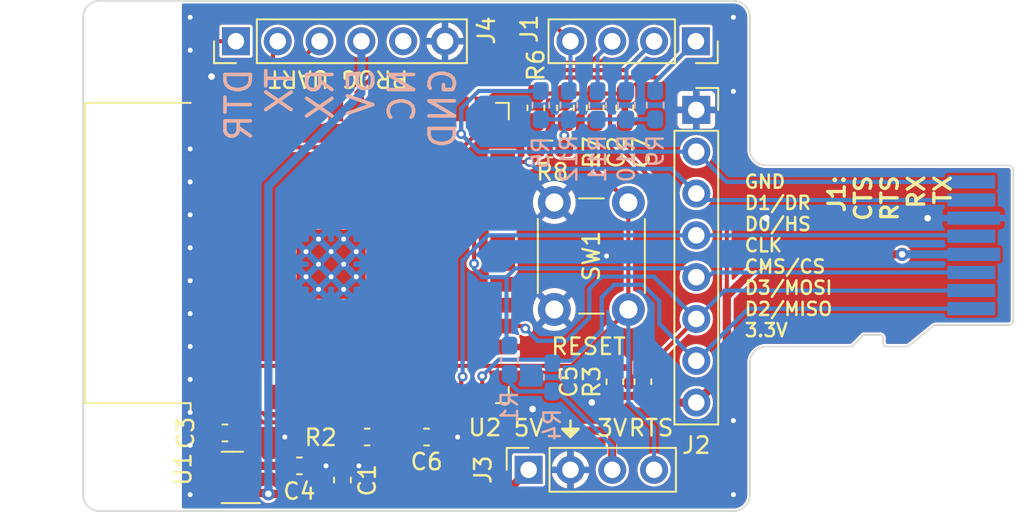
<source format=kicad_pcb>
(kicad_pcb (version 20211014) (generator pcbnew)
  (layers (0 "F.Cu" signal) (31 "B.Cu" signal) (34 "B.Paste" user) (35 "F.Paste" user) (36 "B.SilkS" user "B.Silkscreen") (37 "F.SilkS" user "F.Silkscreen") (38 "B.Mask" user) (39 "F.Mask" user) (44 "Edge.Cuts" user))
  (net 0 "")
  (net 1 "+5V")
  (net 2 "GND")
  (net 3 "/BOOT")
  (net 4 "/ESP_RTS")
  (net 5 "+3.3V")
  (net 6 "/U_TX")
  (net 7 "/U_RX")
  (net 8 "/U_RTS")
  (net 9 "/U_CTS")
  (net 10 "/D0{slash}HS")
  (net 11 "/D1{slash}DR")
  (net 12 "/D2{slash}MISO")
  (net 13 "/D3{slash}MOSI")
  (net 14 "/CLK")
  (net 15 "/CMD{slash}CS")
  (net 16 "/P_TX")
  (net 17 "/P_RX")
  (footprint "Connector_PinSocket_2.54mm:PinSocket_1x04_P2.54mm_Vertical" (layer "F.Cu") (at 172.72 84.455 -90)
    (fp_text reference "J1" (at -0.755 10.12 90) (layer "F.SilkS"))
    (fp_text value "BT_UART" hide)
    (fp_line (start -1.33 1.27) (end 1.33 1.27) (layer "F.SilkS") (width 0.12))
    (fp_line (start -1.33 8.95) (end 1.33 8.95) (layer "F.SilkS") (width 0.12))
    (fp_line (start -1.33 1.27) (end -1.33 8.95) (layer "F.SilkS") (width 0.12))
    (fp_line (start 1.33 1.27) (end 1.33 8.95) (layer "F.SilkS") (width 0.12))
    (fp_line (start 1.33 -1.33) (end 1.33 0) (layer "F.SilkS") (width 0.12))
    (fp_line (start 0 -1.33) (end 1.33 -1.33) (layer "F.SilkS") (width 0.12))
    (pad "1" thru_hole rect (at 0 0 270) (size 1.7 1.7) (drill 1) (layers *.Cu *.Mask) (net 6 "/U_TX"))
    (pad "2" thru_hole oval (at 0 2.54 270) (size 1.7 1.7) (drill 1) (layers *.Cu *.Mask) (net 7 "/U_RX"))
    (pad "3" thru_hole oval (at 0 5.08 270) (size 1.7 1.7) (drill 1) (layers *.Cu *.Mask) (net 8 "/U_RTS"))
    (pad "4" thru_hole oval (at 0 7.62 270) (size 1.7 1.7) (drill 1) (layers *.Cu *.Mask) (net 9 "/U_CTS"))
  )
  (footprint "Capacitor_SMD:C_0603_1608Metric_Pad1.08x0.95mm_HandSolder" (layer "F.Cu") (at 166.6 88.5 -90)
    (fp_text reference "C2" (at 2.7 -1.3 90) (layer "F.SilkS"))
    (fp_text value "10u" hide)
    (fp_line (start -0.146267 -0.51) (end 0.146267 -0.51) (layer "F.SilkS") (width 0.12))
    (fp_line (start -0.146267 0.51) (end 0.146267 0.51) (layer "F.SilkS") (width 0.12))
    (pad "1" smd roundrect (at -0.8625 0 270) (size 1.075 0.95) (layers "F.Cu" "F.Paste" "F.Mask") (net 3 "/BOOT"))
    (pad "2" smd roundrect (at 0.8625 0 270) (size 1.075 0.95) (layers "F.Cu" "F.Paste" "F.Mask") (net 4 "/ESP_RTS"))
  )
  (footprint "Capacitor_SMD:C_0603_1608Metric_Pad1.08x0.95mm_HandSolder" (layer "F.Cu") (at 167.8 105.1375 90)
    (fp_text reference "C5" (at 0 -2.8 90) (layer "F.SilkS"))
    (fp_text value "0.1u" hide)
    (fp_line (start -0.146267 -0.51) (end 0.146267 -0.51) (layer "F.SilkS") (width 0.12))
    (fp_line (start -0.146267 0.51) (end 0.146267 0.51) (layer "F.SilkS") (width 0.12))
    (pad "1" smd roundrect (at -0.8625 0 90) (size 1.075 0.95) (layers "F.Cu" "F.Paste" "F.Mask") (net 5 "+3.3V"))
    (pad "2" smd roundrect (at 0.8625 0 90) (size 1.075 0.95) (layers "F.Cu" "F.Paste" "F.Mask") (net 2 "GND"))
  )
  (footprint "Button_Switch_THT:SW_PUSH_6mm" (layer "F.Cu") (at 164.12 100.75 90)
    (fp_text reference "SW1" (at 3.25 2.25 270) (layer "F.SilkS"))
    (fp_text value "RESET" hide)
    (fp_line (start 1 5.5) (end 5.5 5.5) (layer "F.SilkS") (width 0.12))
    (fp_line (start 6.75 3) (end 6.75 1.5) (layer "F.SilkS") (width 0.12))
    (fp_line (start -0.25 1.5) (end -0.25 3) (layer "F.SilkS") (width 0.12))
    (fp_line (start 5.5 -1) (end 1 -1) (layer "F.SilkS") (width 0.12))
    (pad "1" thru_hole circle (at 0 0 180) (size 2 2) (drill 1.1) (layers *.Cu *.Mask) (net 2 "GND"))
    (pad "1" thru_hole circle (at 6.5 0 180) (size 2 2) (drill 1.1) (layers *.Cu *.Mask) (net 2 "GND"))
    (pad "2" thru_hole circle (at 6.5 4.5 180) (size 2 2) (drill 1.1) (layers *.Cu *.Mask) (net 4 "/ESP_RTS"))
    (pad "2" thru_hole circle (at 0 4.5 180) (size 2 2) (drill 1.1) (layers *.Cu *.Mask) (net 4 "/ESP_RTS"))
  )
  (footprint "Capacitor_SMD:C_0603_1608Metric_Pad1.08x0.95mm_HandSolder" (layer "F.Cu") (at 163.8625 91 180)
    (fp_text reference "R8" (at -0.1375 -1.4) (layer "F.SilkS"))
    (fp_text value "10k" hide)
    (fp_line (start -0.146267 -0.51) (end 0.146267 -0.51) (layer "F.SilkS") (width 0.12))
    (fp_line (start -0.146267 0.51) (end 0.146267 0.51) (layer "F.SilkS") (width 0.12))
    (pad "1" smd roundrect (at -0.8625 0 180) (size 1.075 0.95) (layers "F.Cu" "F.Paste" "F.Mask") (net 5 "+3.3V"))
    (pad "2" smd roundrect (at 0.8625 0 180) (size 1.075 0.95) (layers "F.Cu" "F.Paste" "F.Mask") (net 10 "/D0{slash}HS"))
  )
  (footprint "Capacitor_SMD:C_0603_1608Metric_Pad1.08x0.95mm_HandSolder" (layer "F.Cu") (at 148.6375 110.25)
    (fp_text reference "C4" (at -0.0075 1.54) (layer "F.SilkS"))
    (fp_text value "10u" hide)
    (fp_line (start -0.146267 0.51) (end 0.146267 0.51) (layer "F.SilkS") (width 0.12))
    (fp_line (start -0.146267 -0.51) (end 0.146267 -0.51) (layer "F.SilkS") (width 0.12))
    (pad "1" smd roundrect (at -0.8625 0) (size 1.075 0.95) (layers "F.Cu" "F.Paste" "F.Mask") (net 5 "+3.3V"))
    (pad "2" smd roundrect (at 0.8625 0) (size 1.075 0.95) (layers "F.Cu" "F.Paste" "F.Mask") (net 2 "GND"))
  )
  (footprint "Capacitor_SMD:C_0603_1608Metric_Pad1.08x0.95mm_HandSolder" (layer "F.Cu") (at 144.1125 108.25 180)
    (fp_text reference "C3" (at 2.3875 0 90) (layer "F.SilkS"))
    (fp_text value "0.1u" hide)
    (fp_line (start -0.146267 0.51) (end 0.146267 0.51) (layer "F.SilkS") (width 0.12))
    (fp_line (start -0.146267 -0.51) (end 0.146267 -0.51) (layer "F.SilkS") (width 0.12))
    (pad "1" smd roundrect (at -0.8625 0 180) (size 1.075 0.95) (layers "F.Cu" "F.Paste" "F.Mask") (net 5 "+3.3V"))
    (pad "2" smd roundrect (at 0.8625 0 180) (size 1.075 0.95) (layers "F.Cu" "F.Paste" "F.Mask") (net 2 "GND"))
  )
  (footprint "Connector_PinHeader_2.54mm:PinHeader_1x06_P2.54mm_Vertical" (layer "F.Cu") (at 144.78 84.455 90)
    (fp_text reference "J4" (at 0.655 15.22 90) (layer "F.SilkS"))
    (fp_text value "PROG" hide)
    (fp_line (start -1.33 1.27) (end -1.33 14.03) (layer "F.SilkS") (width 0.12))
    (fp_line (start -1.33 14.03) (end 1.33 14.03) (layer "F.SilkS") (width 0.12))
    (fp_line (start -1.33 -1.33) (end 0 -1.33) (layer "F.SilkS") (width 0.12))
    (fp_line (start 1.33 1.27) (end 1.33 14.03) (layer "F.SilkS") (width 0.12))
    (fp_line (start -1.33 1.27) (end 1.33 1.27) (layer "F.SilkS") (width 0.12))
    (fp_line (start -1.33 0) (end -1.33 -1.33) (layer "F.SilkS") (width 0.12))
    (pad "1" thru_hole rect (at 0 0 90) (size 1.7 1.7) (drill 1) (layers *.Cu *.Mask) (net 3 "/BOOT"))
    (pad "2" thru_hole oval (at 0 2.54 90) (size 1.7 1.7) (drill 1) (layers *.Cu *.Mask) (net 16 "/P_TX"))
    (pad "3" thru_hole oval (at 0 5.08 90) (size 1.7 1.7) (drill 1) (layers *.Cu *.Mask) (net 17 "/P_RX"))
    (pad "4" thru_hole oval (at 0 7.62 90) (size 1.7 1.7) (drill 1) (layers *.Cu *.Mask) (net 1 "+5V"))
    (pad "5" thru_hole oval (at 0 10.16 90) (size 1.7 1.7) (drill 1) (layers *.Cu *.Mask))
    (pad "6" thru_hole oval (at 0 12.7 90) (size 1.7 1.7) (drill 1) (layers *.Cu *.Mask) (net 2 "GND"))
  )
  (footprint "sd_card:PCB-SD" (layer "F.Cu") (at 177 92)
    (fp_text reference "U3" hide)
    (fp_text value "PCB_SD" hide)
    (fp_line (start 14.7 9.7) (end 10.3 9.7) (layer "Edge.Cuts") (width 0.1))
    (fp_line (start 10.11 9.78) (end 8.71 10.919641) (layer "Edge.Cuts") (width 0.1))
    (fp_line (start 8.501856 10.999641) (end 7.3 11) (layer "Edge.Cuts") (width 0.1))
    (fp_line (start 5.870001 10.328995) (end 5.23 10.971005) (layer "Edge.Cuts") (width 0.1))
    (fp_line (start 0 0) (end 14.7 0) (layer "Edge.Cuts") (width 0.1))
    (fp_line (start 5.160001 11) (end 0 11) (layer "Edge.Cuts") (width 0.1))
    (fp_line (start 7.1 10.8) (end 7.1 10.5) (layer "Edge.Cuts") (width 0.1))
    (fp_line (start 15 0.3) (end 15 9.4) (layer "Edge.Cuts") (width 0.1))
    (fp_line (start 6.9 10.3) (end 5.94 10.3) (layer "Edge.Cuts") (width 0.1))
    (fp_arc (start 15 9.4) (mid 14.912132 9.612132) (end 14.7 9.7) (layer "Edge.Cuts") (width 0.1))
    (fp_arc (start 14.7 0) (mid 14.912132 0.087868) (end 15 0.3) (layer "Edge.Cuts") (width 0.1))
    (fp_arc (start 7.3 11) (mid 7.158579 10.941421) (end 7.1 10.8) (layer "Edge.Cuts") (width 0.1))
    (fp_arc (start 8.71 10.919547) (mid 8.61282 10.977477) (end 8.501856 10.999547) (layer "Edge.Cuts") (width 0.1))
    (fp_arc (start 5.23 10.971005) (mid 5.19789 10.992484) (end 5.160001 11) (layer "Edge.Cuts") (width 0.1))
    (fp_arc (start 6.9 10.3) (mid 7.041421 10.358579) (end 7.1 10.5) (layer "Edge.Cuts") (width 0.1))
    (fp_arc (start 5.870001 10.328995) (mid 5.902112 10.307516) (end 5.94 10.3) (layer "Edge.Cuts") (width 0.1))
    (fp_arc (start 10.11 9.78) (mid 10.198114 9.723648) (end 10.3 9.7) (layer "Edge.Cuts") (width 0.1))
    (pad "1" smd roundrect (at 12.45 8.7) (size 2.9 0.8) (layers "B.Cu" "B.Mask") (roundrect_rratio 0.0656167979) (net 12 "/D2{slash}MISO"))
    (pad "2" smd roundrect (at 12.45 7.6) (size 2.9 0.8) (layers "B.Cu" "B.Mask") (roundrect_rratio 0.0656167979) (net 13 "/D3{slash}MOSI"))
    (pad "3" smd roundrect (at 12.45 6.5) (size 2.9 0.8) (layers "B.Cu" "B.Mask") (roundrect_rratio 0.0656167979) (net 15 "/CMD{slash}CS"))
    (pad "4" smd roundrect (at 12.6 5.4) (size 3.2 0.8) (layers "B.Cu" "B.Mask") (roundrect_rratio 0.0656167979) (net 5 "+3.3V"))
    (pad "5" smd roundrect (at 12.45 4.3) (size 2.9 0.8) (layers "B.Cu" "B.Mask") (roundrect_rratio 0.0656167979) (net 14 "/CLK"))
    (pad "6" smd roundrect (at 12.6 3.2) (size 3.2 0.8) (layers "B.Cu" "B.Mask") (roundrect_rratio 0.0656167979) (net 2 "GND"))
    (pad "7" smd roundrect (at 12.45 2.1) (size 2.9 0.8) (layers "B.Cu" "B.Mask") (roundrect_rratio 0.0656167979) (net 10 "/D0{slash}HS"))
    (pad "8" smd roundrect (at 12.45 1) (size 2.9 0.8) (layers "B.Cu" "B.Mask") (roundrect_rratio 0.0656167979) (net 11 "/D1{slash}DR"))
  )
  (footprint "Capacitor_SMD:C_0603_1608Metric_Pad1.08x0.95mm_HandSolder" (layer "F.Cu") (at 164.8 88.5 90)
    (fp_text reference "R7" (at -2.7 1.6 90) (layer "F.SilkS"))
    (fp_text value "10k" hide)
    (fp_line (start -0.146267 -0.51) (end 0.146267 -0.51) (layer "F.SilkS") (width 0.12))
    (fp_line (start -0.146267 0.51) (end 0.146267 0.51) (layer "F.SilkS") (width 0.12))
    (pad "1" smd roundrect (at -0.8625 0 90) (size 1.075 0.95) (layers "F.Cu" "F.Paste" "F.Mask") (net 5 "+3.3V"))
    (pad "2" smd roundrect (at 0.8625 0 90) (size 1.075 0.95) (layers "F.Cu" "F.Paste" "F.Mask") (net 3 "/BOOT"))
  )
  (footprint "Capacitor_SMD:C_0603_1608Metric_Pad1.08x0.95mm_HandSolder" (layer "F.Cu") (at 151.25 111.1125 90)
    (fp_text reference "C1" (at -0.0175 1.51 90) (layer "F.SilkS"))
    (fp_text value "0.1u" hide)
    (fp_line (start -0.146267 -0.51) (end 0.146267 -0.51) (layer "F.SilkS") (width 0.12))
    (fp_line (start -0.146267 0.51) (end 0.146267 0.51) (layer "F.SilkS") (width 0.12))
    (pad "1" smd roundrect (at -0.8625 0 90) (size 1.075 0.95) (layers "F.Cu" "F.Paste" "F.Mask") (net 1 "+5V"))
    (pad "2" smd roundrect (at 0.8625 0 90) (size 1.075 0.95) (layers "F.Cu" "F.Paste" "F.Mask") (net 2 "GND"))
  )
  (footprint "Connector_PinSocket_2.54mm:PinSocket_1x08_P2.54mm_Vertical" (layer "F.Cu") (at 172.745 88.625)
    (fp_text reference "J2" (at 0 20.375) (layer "F.SilkS"))
    (fp_text value "WIFI" hide)
    (fp_line (start -1.33 1.27) (end 1.33 1.27) (layer "F.SilkS") (width 0.12))
    (fp_line (start -1.33 1.27) (end -1.33 19.11) (layer "F.SilkS") (width 0.12))
    (fp_line (start 1.33 1.27) (end 1.33 19.11) (layer "F.SilkS") (width 0.12))
    (fp_line (start 0 -1.33) (end 1.33 -1.33) (layer "F.SilkS") (width 0.12))
    (fp_line (start -1.33 19.11) (end 1.33 19.11) (layer "F.SilkS") (width 0.12))
    (fp_line (start 1.33 -1.33) (end 1.33 0) (layer "F.SilkS") (width 0.12))
    (pad "1" thru_hole rect (at 0 0) (size 1.7 1.7) (drill 1) (layers *.Cu *.Mask) (net 2 "GND"))
    (pad "2" thru_hole oval (at 0 2.54) (size 1.7 1.7) (drill 1) (layers *.Cu *.Mask) (net 11 "/D1{slash}DR"))
    (pad "3" thru_hole oval (at 0 5.08) (size 1.7 1.7) (drill 1) (layers *.Cu *.Mask) (net 10 "/D0{slash}HS"))
    (pad "4" thru_hole oval (at 0 7.62) (size 1.7 1.7) (drill 1) (layers *.Cu *.Mask) (net 14 "/CLK"))
    (pad "5" thru_hole oval (at 0 10.16) (size 1.7 1.7) (drill 1) (layers *.Cu *.Mask) (net 15 "/CMD{slash}CS"))
    (pad "6" thru_hole oval (at 0 12.7) (size 1.7 1.7) (drill 1) (layers *.Cu *.Mask) (net 13 "/D3{slash}MOSI"))
    (pad "7" thru_hole oval (at 0 15.24) (size 1.7 1.7) (drill 1) (layers *.Cu *.Mask) (net 12 "/D2{slash}MISO"))
    (pad "8" thru_hole oval (at 0 17.78) (size 1.7 1.7) (drill 1) (layers *.Cu *.Mask) (net 5 "+3.3V"))
  )
  (footprint "Package_TO_SOT_SMD:SOT-23" (layer "F.Cu") (at 144.5625 110.95 180)
    (fp_text reference "U1" (at 3 0.5 90) (layer "F.SilkS"))
    (fp_text value "AP7384-33SA" hide)
    (fp_line (start 0 1.56) (end -0.65 1.56) (layer "F.SilkS") (width 0.12))
    (fp_line (start 0 -1.56) (end 0.65 -1.56) (layer "F.SilkS") (width 0.12))
    (fp_line (start 0 1.56) (end 0.65 1.56) (layer "F.SilkS") (width 0.12))
    (fp_line (start 0 -1.56) (end -1.675 -1.56) (layer "F.SilkS") (width 0.12))
    (pad "1" smd roundrect (at -0.9375 -0.95 180) (size 1.475 0.6) (layers "F.Cu" "F.Paste" "F.Mask") (net 1 "+5V"))
    (pad "2" smd roundrect (at -0.9375 0.95 180) (size 1.475 0.6) (layers "F.Cu" "F.Paste" "F.Mask") (net 5 "+3.3V"))
    (pad "3" smd roundrect (at 0.9375 0 180) (size 1.475 0.6) (layers "F.Cu" "F.Paste" "F.Mask") (net 2 "GND"))
  )
  (footprint "RF_Module:ESP32-WROOM-32" (layer "F.Cu") (at 151.4725 97.32 90)
    (fp_text reference "U2" (at -10.61 8.43) (layer "F.SilkS"))
    (fp_text value "ESP32-WROOM-32" hide)
    (fp_line (start 9.12 9.1) (end 9.12 9.88) (layer "F.SilkS") (width 0.12))
    (fp_line (start 9.12 -15.86) (end 9.12 -9.445) (layer "F.SilkS") (width 0.12))
    (fp_line (start -9.12 -9.445) (end -9.5 -9.445) (layer "F.SilkS") (width 0.12))
    (fp_line (start 9.12 9.88) (end 8.12 9.88) (layer "F.SilkS") (width 0.12))
    (fp_line (start -9.12 9.1) (end -9.12 9.88) (layer "F.SilkS") (width 0.12))
    (fp_line (start -9.12 -15.86) (end -9.12 -9.445) (layer "F.SilkS") (width 0.12))
    (fp_line (start -9.12 -15.86) (end 9.12 -15.86) (layer "F.SilkS") (width 0.12))
    (fp_line (start -9.12 9.88) (end -8.12 9.88) (layer "F.SilkS") (width 0.12))
    (pad "1" smd rect (at -8.75 -8.25 90) (size 1.5 0.9) (layers "F.Cu" "F.Paste" "F.Mask") (net 2 "GND"))
    (pad "2" smd rect (at -8.75 -6.98 90) (size 1.5 0.9) (layers "F.Cu" "F.Paste" "F.Mask") (net 5 "+3.3V"))
    (pad "3" smd rect (at -8.75 -5.71 90) (size 1.5 0.9) (layers "F.Cu" "F.Paste" "F.Mask") (net 4 "/ESP_RTS"))
    (pad "4" smd rect (at -8.75 -4.44 90) (size 1.5 0.9) (layers "F.Cu" "F.Paste" "F.Mask"))
    (pad "5" smd rect (at -8.75 -3.17 90) (size 1.5 0.9) (layers "F.Cu" "F.Paste" "F.Mask"))
    (pad "6" smd rect (at -8.75 -1.9 90) (size 1.5 0.9) (layers "F.Cu" "F.Paste" "F.Mask"))
    (pad "7" smd rect (at -8.75 -0.63 90) (size 1.5 0.9) (layers "F.Cu" "F.Paste" "F.Mask"))
    (pad "8" smd rect (at -8.75 0.64 90) (size 1.5 0.9) (layers "F.Cu" "F.Paste" "F.Mask"))
    (pad "9" smd rect (at -8.75 1.91 90) (size 1.5 0.9) (layers "F.Cu" "F.Paste" "F.Mask"))
    (pad "10" smd rect (at -8.75 3.18 90) (size 1.5 0.9) (layers "F.Cu" "F.Paste" "F.Mask"))
    (pad "11" smd rect (at -8.75 4.45 90) (size 1.5 0.9) (layers "F.Cu" "F.Paste" "F.Mask"))
    (pad "12" smd rect (at -8.75 5.72 90) (size 1.5 0.9) (layers "F.Cu" "F.Paste" "F.Mask"))
    (pad "13" smd rect (at -8.75 6.99 90) (size 1.5 0.9) (layers "F.Cu" "F.Paste" "F.Mask") (net 14 "/CLK"))
    (pad "14" smd rect (at -8.75 8.26 90) (size 1.5 0.9) (layers "F.Cu" "F.Paste" "F.Mask") (net 12 "/D2{slash}MISO"))
    (pad "15" smd rect (at -5.71 9.51 180) (size 1.5 0.9) (layers "F.Cu" "F.Paste" "F.Mask") (net 2 "GND"))
    (pad "16" smd rect (at -4.44 9.51 180) (size 1.5 0.9) (layers "F.Cu" "F.Paste" "F.Mask") (net 13 "/D3{slash}MOSI"))
    (pad "17" smd rect (at -3.17 9.51 180) (size 1.5 0.9) (layers "F.Cu" "F.Paste" "F.Mask"))
    (pad "18" smd rect (at -1.9 9.51 180) (size 1.5 0.9) (layers "F.Cu" "F.Paste" "F.Mask"))
    (pad "19" smd rect (at -0.63 9.51 180) (size 1.5 0.9) (layers "F.Cu" "F.Paste" "F.Mask"))
    (pad "20" smd rect (at 0.64 9.51 180) (size 1.5 0.9) (layers "F.Cu" "F.Paste" "F.Mask"))
    (pad "21" smd rect (at 1.91 9.51 180) (size 1.5 0.9) (layers "F.Cu" "F.Paste" "F.Mask"))
    (pad "22" smd rect (at 3.18 9.51 180) (size 1.5 0.9) (layers "F.Cu" "F.Paste" "F.Mask"))
    (pad "23" smd rect (at 4.45 9.51 180) (size 1.5 0.9) (layers "F.Cu" "F.Paste" "F.Mask") (net 15 "/CMD{slash}CS"))
    (pad "24" smd rect (at 5.72 9.51 180) (size 1.5 0.9) (layers "F.Cu" "F.Paste" "F.Mask") (net 10 "/D0{slash}HS"))
    (pad "25" smd rect (at 8.75 8.26 90) (size 1.5 0.9) (layers "F.Cu" "F.Paste" "F.Mask") (net 3 "/BOOT"))
    (pad "26" smd rect (at 8.75 6.99 90) (size 1.5 0.9) (layers "F.Cu" "F.Paste" "F.Mask") (net 11 "/D1{slash}DR"))
    (pad "27" smd rect (at 8.75 5.72 90) (size 1.5 0.9) (layers "F.Cu" "F.Paste" "F.Mask"))
    (pad "28" smd rect (at 8.75 4.45 90) (size 1.5 0.9) (layers "F.Cu" "F.Paste" "F.Mask"))
    (pad "29" smd rect (at 8.75 3.18 90) (size 1.5 0.9) (layers "F.Cu" "F.Paste" "F.Mask") (net 6 "/U_TX"))
    (pad "30" smd rect (at 8.75 1.91 90) (size 1.5 0.9) (layers "F.Cu" "F.Paste" "F.Mask") (net 7 "/U_RX"))
    (pad "31" smd rect (at 8.75 0.64 90) (size 1.5 0.9) (layers "F.Cu" "F.Paste" "F.Mask") (net 8 "/U_RTS"))
    (pad "32" smd rect (at 8.75 -0.63 90) (size 1.5 0.9) (layers "F.Cu" "F.Paste" "F.Mask"))
    (pad "33" smd rect (at 8.75 -1.9 90) (size 1.5 0.9) (layers "F.Cu" "F.Paste" "F.Mask"))
    (pad "34" smd rect (at 8.75 -3.17 90) (size 1.5 0.9) (layers "F.Cu" "F.Paste" "F.Mask") (net 17 "/P_RX"))
    (pad "35" smd rect (at 8.75 -4.44 90) (size 1.5 0.9) (layers "F.Cu" "F.Paste" "F.Mask") (net 16 "/P_TX"))
    (pad "36" smd rect (at 8.75 -5.71 90) (size 1.5 0.9) (layers "F.Cu" "F.Paste" "F.Mask"))
    (pad "37" smd rect (at 8.75 -6.98 90) (size 1.5 0.9) (layers "F.Cu" "F.Paste" "F.Mask") (net 9 "/U_CTS"))
    (pad "38" smd rect (at 8.75 -8.25 90) (size 1.5 0.9) (layers "F.Cu" "F.Paste" "F.Mask") (net 2 "GND"))
    (pad "39" smd rect (at 0.845 0.615 90) (size 1.05 1.05) (layers "F.Cu" "F.Paste") (net 2 "GND"))
    (pad "39" thru_hole circle (at 0.845 -1.6725 90) (size 0.6 0.6) (drill 0.3) (layers *.Cu "F.Mask") (net 2 "GND"))
    (pad "39" smd rect (at 0.845 -2.435 90) (size 1.05 1.05) (layers "F.Cu" "F.Paste") (net 2 "GND"))
    (pad "39" thru_hole circle (at -1.4425 -2.435 90) (size 0.6 0.6) (drill 0.3) (layers *.Cu "F.Mask") (net 2 "GND"))
    (pad "39" thru_hole circle (at -1.4425 0.615 90) (size 0.6 0.6) (drill 0.3) (layers *.Cu "F.Mask") (net 2 "GND"))
    (pad "39" thru_hole circle (at -0.68 -1.6725 90) (size 0.6 0.6) (drill 0.3) (layers *.Cu "F.Mask") (net 2 "GND"))
    (pad "39" thru_hole circle (at 0.845 -0.1475 90) (size 0.6 0.6) (drill 0.3) (layers *.Cu "F.Mask") (net 2 "GND"))
    (pad "39" smd rect (at -0.68 -0.91 90) (size 1.05 1.05) (layers "F.Cu" "F.Paste") (net 2 "GND"))
    (pad "39" thru_hole circle (at 0.0825 -0.91 90) (size 0.6 0.6) (drill 0.3) (layers *.Cu "F.Mask") (net 2 "GND"))
    (pad "39" thru_hole circle (at -2.205 -1.6725 90) (size 0.6 0.6) (drill 0.3) (layers *.Cu "F.Mask") (net 2 "GND"))
    (pad "39" thru_hole circle (at -2.205 -0.1475 90) (size 0.6 0.6) (drill 0.3) (layers *.Cu "F.Mask") (net 2 "GND"))
    (pad "39" thru_hole circle (at 0.0825 0.615 90) (size 0.6 0.6) (drill 0.3) (layers *.Cu "F.Mask") (net 2 "GND"))
    (pad "39" smd rect (at -0.68 -2.435 90) (size 1.05 1.05) (layers "F.Cu" "F.Paste") (net 2 "GND"))
    (pad "39" smd rect (at -0.68 -0.91 90) (size 4.2 4.2) (layers "F.Cu" "F.Mask") (net 2 "GND"))
    (pad "39" thru_hole circle (at 0.0825 -2.435 90) (size 0.6 0.6) (drill 0.3) (layers *.Cu "F.Mask") (net 2 "GND"))
    (pad "39" smd rect (at 0.845 -0.91 90) (size 1.05 1.05) (layers "F.Cu" "F.Paste") (net 2 "GND"))
    (pad "39" smd rect (at -2.205 -0.91 90) (size 1.05 1.05) (layers "F.Cu" "F.Paste") (net 2 "GND"))
    (pad "39" smd rect (at -0.68 0.615 90) (size 1.05 1.05) (layers "F.Cu" "F.Paste") (net 2 "GND"))
    (pad "39" smd rect (at -2.205 -2.435 90) (size 1.05 1.05) (layers "F.Cu" "F.Paste") (net 2 "GND"))
    (pad "39" smd rect (at -2.205 0.615 90) (size 1.05 1.05) (layers "F.Cu" "F.Paste") (net 2 "GND"))
    (pad "39" thru_hole circle (at -1.4425 -0.91 90) (size 0.6 0.6) (drill 0.3) (layers *.Cu "F.Mask") (net 2 "GND"))
    (pad "39" thru_hole circle (at -0.68 -0.1475 90) (size 0.6 0.6) (drill 0.3) (layers *.Cu "F.Mask") (net 2 "GND"))
    (zone (net 0) (net_name "") (layers *.Cu) (connect_pads (clearance 0)) (min_thickness 0.254)
      (keepout (tracks not_allowed) (vias not_allowed) (pads not_allowed) (copperpour not_allowed) (footprints not_allowed))
      (fill (thermal_gap 0.508) (thermal_bridge_width 0.508))
      (polygon (pts (xy 141.5025 111.32) (xy 141.5025 83.32) (xy 130.7225 83.32) (xy 130.7225 111.32)))
    )
  )
  (footprint "Capacitor_SMD:C_0603_1608Metric_Pad1.08x0.95mm_HandSolder" (layer "F.Cu") (at 152.75 108.5)
    (fp_text reference "R2" (at -2.82 0.03) (layer "F.SilkS"))
    (fp_text value "10k" hide)
    (fp_line (start -0.146267 0.51) (end 0.146267 0.51) (layer "F.SilkS") (width 0.12))
    (fp_line (start -0.146267 -0.51) (end 0.146267 -0.51) (layer "F.SilkS") (width 0.12))
    (pad "1" smd roundrect (at -0.8625 0) (size 1.075 0.95) (layers "F.Cu" "F.Paste" "F.Mask") (net 5 "+3.3V"))
    (pad "2" smd roundrect (at 0.8625 0) (size 1.075 0.95) (layers "F.Cu" "F.Paste" "F.Mask") (net 4 "/ESP_RTS"))
  )
  (footprint "Capacitor_SMD:C_0603_1608Metric_Pad1.08x0.95mm_HandSolder" (layer "F.Cu") (at 156.3625 108.5)
    (fp_text reference "C6" (at 0 1.5) (layer "F.SilkS"))
    (fp_text value "0.1u" hide)
    (fp_line (start -0.146267 0.51) (end 0.146267 0.51) (layer "F.SilkS") (width 0.12))
    (fp_line (start -0.146267 -0.51) (end 0.146267 -0.51) (layer "F.SilkS") (width 0.12))
    (pad "1" smd roundrect (at -0.8625 0) (size 1.075 0.95) (layers "F.Cu" "F.Paste" "F.Mask") (net 4 "/ESP_RTS"))
    (pad "2" smd roundrect (at 0.8625 0) (size 1.075 0.95) (layers "F.Cu" "F.Paste" "F.Mask") (net 2 "GND"))
  )
  (footprint "Capacitor_SMD:C_0603_1608Metric_Pad1.08x0.95mm_HandSolder" (layer "F.Cu") (at 169.5 105.1375 90)
    (fp_text reference "R3" (at -0.0125 -3.1 90) (layer "F.SilkS"))
    (fp_text value "10k" hide)
    (fp_line (start -0.146267 -0.51) (end 0.146267 -0.51) (layer "F.SilkS") (width 0.12))
    (fp_line (start -0.146267 0.51) (end 0.146267 0.51) (layer "F.SilkS") (width 0.12))
    (pad "1" smd roundrect (at -0.8625 0 90) (size 1.075 0.95) (layers "F.Cu" "F.Paste" "F.Mask") (net 5 "+3.3V"))
    (pad "2" smd roundrect (at 0.8625 0 90) (size 1.075 0.95) (layers "F.Cu" "F.Paste" "F.Mask") (net 13 "/D3{slash}MOSI"))
  )
  (footprint "Capacitor_SMD:C_0603_1608Metric_Pad1.08x0.95mm_HandSolder" (layer "F.Cu") (at 168.4 88.5 -90)
    (fp_text reference "C7" (at 2.7 -1 90) (layer "F.SilkS"))
    (fp_text value "0.1u" hide)
    (fp_line (start -0.146267 0.51) (end 0.146267 0.51) (layer "F.SilkS") (width 0.12))
    (fp_line (start -0.146267 -0.51) (end 0.146267 -0.51) (layer "F.SilkS") (width 0.12))
    (pad "1" smd roundrect (at -0.8625 0 270) (size 1.075 0.95) (layers "F.Cu" "F.Paste" "F.Mask") (net 3 "/BOOT"))
    (pad "2" smd roundrect (at 0.8625 0 270) (size 1.075 0.95) (layers "F.Cu" "F.Paste" "F.Mask") (net 2 "GND"))
  )
  (footprint "Capacitor_SMD:C_0603_1608Metric_Pad1.08x0.95mm_HandSolder" (layer "F.Cu") (at 163 88.5 -90)
    (fp_text reference "R6" (at -2.6 0 90) (layer "F.SilkS"))
    (fp_text value "1k" hide)
    (fp_line (start -0.146267 0.51) (end 0.146267 0.51) (layer "F.SilkS") (width 0.12))
    (fp_line (start -0.146267 -0.51) (end 0.146267 -0.51) (layer "F.SilkS") (width 0.12))
    (pad "1" smd roundrect (at -0.8625 0 270) (size 1.075 0.95) (layers "F.Cu" "F.Paste" "F.Mask") (net 3 "/BOOT"))
    (pad "2" smd roundrect (at 0.8625 0 270) (size 1.075 0.95) (layers "F.Cu" "F.Paste" "F.Mask") (net 10 "/D0{slash}HS"))
  )
  (footprint "Connector_PinSocket_2.54mm:PinSocket_1x04_P2.54mm_Vertical" (layer "F.Cu") (at 162.56 110.49 90)
    (fp_text reference "J3" (at 0 -2.77 90) (layer "F.SilkS"))
    (fp_text value "PWR")
    (fp_line (start -1.33 8.95) (end 1.33 8.95) (layer "F.SilkS") (width 0.12))
    (fp_line (start 0 -1.33) (end 1.33 -1.33) (layer "F.SilkS") (width 0.12))
    (fp_line (start -1.33 1.27) (end 1.33 1.27) (layer "F.SilkS") (width 0.12))
    (fp_line (start 1.33 1.27) (end 1.33 8.95) (layer "F.SilkS") (width 0.12))
    (fp_line (start -1.33 1.27) (end -1.33 8.95) (layer "F.SilkS") (width 0.12))
    (fp_line (start 1.33 -1.33) (end 1.33 0) (layer "F.SilkS") (width 0.12))
    (pad "1" thru_hole rect (at 0 0 90) (size 1.7 1.7) (drill 1) (layers *.Cu *.Mask) (net 1 "+5V"))
    (pad "2" thru_hole oval (at 0 2.54 90) (size 1.7 1.7) (drill 1) (layers *.Cu *.Mask) (net 2 "GND"))
    (pad "3" thru_hole oval (at 0 5.08 90) (size 1.7 1.7) (drill 1) (layers *.Cu *.Mask) (net 5 "+3.3V"))
    (pad "4" thru_hole oval (at 0 7.62 90) (size 1.7 1.7) (drill 1) (layers *.Cu *.Mask) (net 4 "/ESP_RTS"))
  )
  (footprint "Capacitor_SMD:C_0603_1608Metric_Pad1.08x0.95mm_HandSolder" (layer "B.Cu") (at 161.4 103.8 90)
    (fp_text reference "R1" (at -2.8875 0 90) (layer "B.SilkS") (effects (justify mirror)))
    (fp_text value "10k" hide)
    (fp_line (start -0.146267 0.51) (end 0.146267 0.51) (layer "B.SilkS") (width 0.12))
    (fp_line (start -0.146267 -0.51) (end 0.146267 -0.51) (layer "B.SilkS") (width 0.12))
    (pad "1" smd roundrect (at -0.8625 0 90) (size 1.075 0.95) (layers "B.Cu" "B.Paste" "B.Mask") (net 5 "+3.3V"))
    (pad "2" smd roundrect (at 0.8625 0 90) (size 1.075 0.95) (layers "B.Cu" "B.Paste" "B.Mask") (net 15 "/CMD{slash}CS"))
  )
  (footprint "Capacitor_SMD:C_0603_1608Metric_Pad1.08x0.95mm_HandSolder" (layer "B.Cu") (at 164 104.8625 90)
    (fp_text reference "R4" (at -2.8875 0 90) (layer "B.SilkS") (effects (justify mirror)))
    (fp_text value "10k" hide)
    (fp_line (start -0.146267 0.51) (end 0.146267 0.51) (layer "B.SilkS") (width 0.12))
    (fp_line (start -0.146267 -0.51) (end 0.146267 -0.51) (layer "B.SilkS") (width 0.12))
    (pad "1" smd roundrect (at -0.8625 0 90) (size 1.075 0.95) (layers "B.Cu" "B.Paste" "B.Mask") (net 5 "+3.3V"))
    (pad "2" smd roundrect (at 0.8625 0 90) (size 1.075 0.95) (layers "B.Cu" "B.Paste" "B.Mask") (net 12 "/D2{slash}MISO"))
  )
  (footprint "Capacitor_SMD:C_0603_1608Metric_Pad1.08x0.95mm_HandSolder" (layer "B.Cu") (at 168.5 88.3375 90)
    (fp_text reference "R10" (at -3.25 0 90) (layer "B.SilkS") (effects (justify mirror)))
    (fp_text value "10k" hide)
    (fp_line (start -0.146267 0.51) (end 0.146267 0.51) (layer "B.SilkS") (width 0.12))
    (fp_line (start -0.146267 -0.51) (end 0.146267 -0.51) (layer "B.SilkS") (width 0.12))
    (pad "1" smd roundrect (at -0.8625 0 90) (size 1.075 0.95) (layers "B.Cu" "B.Paste" "B.Mask") (net 5 "+3.3V"))
    (pad "2" smd roundrect (at 0.8625 0 90) (size 1.075 0.95) (layers "B.Cu" "B.Paste" "B.Mask") (net 7 "/U_RX"))
  )
  (footprint "Capacitor_SMD:C_0603_1608Metric_Pad1.08x0.95mm_HandSolder" (layer "B.Cu") (at 166.75 88.345 90)
    (fp_text reference "R11" (at -3.25 0 90) (layer "B.SilkS") (effects (justify mirror)))
    (fp_text value "10k" hide)
    (fp_line (start -0.146267 -0.51) (end 0.146267 -0.51) (layer "B.SilkS") (width 0.12))
    (fp_line (start -0.146267 0.51) (end 0.146267 0.51) (layer "B.SilkS") (width 0.12))
    (pad "1" smd roundrect (at -0.8625 0 90) (size 1.075 0.95) (layers "B.Cu" "B.Paste" "B.Mask") (net 5 "+3.3V"))
    (pad "2" smd roundrect (at 0.8625 0 90) (size 1.075 0.95) (layers "B.Cu" "B.Paste" "B.Mask") (net 8 "/U_RTS"))
  )
  (footprint "Capacitor_SMD:C_0603_1608Metric_Pad1.08x0.95mm_HandSolder" (layer "B.Cu") (at 163.3 88.3375 90)
    (fp_text reference "R5" (at -2.8875 0 90) (layer "B.SilkS") (effects (justify mirror)))
    (fp_text value "10k" hide)
    (fp_line (start -0.146267 -0.51) (end 0.146267 -0.51) (layer "B.SilkS") (width 0.12))
    (fp_line (start -0.146267 0.51) (end 0.146267 0.51) (layer "B.SilkS") (width 0.12))
    (pad "1" smd roundrect (at -0.8625 0 90) (size 1.075 0.95) (layers "B.Cu" "B.Paste" "B.Mask") (net 5 "+3.3V"))
    (pad "2" smd roundrect (at 0.8625 0 90) (size 1.075 0.95) (layers "B.Cu" "B.Paste" "B.Mask") (net 11 "/D1{slash}DR"))
  )
  (footprint "Capacitor_SMD:C_0603_1608Metric_Pad1.08x0.95mm_HandSolder" (layer "B.Cu") (at 165 88.3375 90)
    (fp_text reference "R12" (at -3.25 0 90) (layer "B.SilkS") (effects (justify mirror)))
    (fp_text value "10k" hide)
    (fp_line (start -0.146267 -0.51) (end 0.146267 -0.51) (layer "B.SilkS") (width 0.12))
    (fp_line (start -0.146267 0.51) (end 0.146267 0.51) (layer "B.SilkS") (width 0.12))
    (pad "1" smd roundrect (at -0.8625 0 90) (size 1.075 0.95) (layers "B.Cu" "B.Paste" "B.Mask") (net 5 "+3.3V"))
    (pad "2" smd roundrect (at 0.8625 0 90) (size 1.075 0.95) (layers "B.Cu" "B.Paste" "B.Mask") (net 9 "/U_CTS"))
  )
  (footprint "Capacitor_SMD:C_0603_1608Metric_Pad1.08x0.95mm_HandSolder" (layer "B.Cu") (at 170.25 88.3375 90)
    (fp_text reference "R9" (at -2.77381 0 90) (layer "B.SilkS") (effects (justify mirror)))
    (fp_text value "10k" hide)
    (fp_line (start -0.146267 -0.51) (end 0.146267 -0.51) (layer "B.SilkS") (width 0.12))
    (fp_line (start -0.146267 0.51) (end 0.146267 0.51) (layer "B.SilkS") (width 0.12))
    (pad "1" smd roundrect (at -0.8625 0 90) (size 1.075 0.95) (layers "B.Cu" "B.Paste" "B.Mask") (net 5 "+3.3V"))
    (pad "2" smd roundrect (at 0.8625 0 90) (size 1.075 0.95) (layers "B.Cu" "B.Paste" "B.Mask") (net 6 "/U_TX"))
  )
  (gr_line (start 165.1 107.5) (end 165.1 108) (layer "F.SilkS") (width 0.15))
  (gr_poly (pts (xy 165.1 108.5) (xy 164.6 108) (xy 165.6 108)) (layer "F.SilkS") (width 0.15) (fill solid))
  (gr_arc (start 175 82) (mid 175.707107 82.292893) (end 176 83) (layer "Edge.Cuts") (width 0.1))
  (gr_line (start 176 83) (end 176 91) (layer "Edge.Cuts") (width 0.1))
  (gr_line (start 176 112) (end 176 104) (layer "Edge.Cuts") (width 0.1))
  (gr_line (start 135.5 83) (end 135.5 112) (layer "Edge.Cuts") (width 0.1))
  (gr_arc (start 135.5 83) (mid 135.792893 82.292893) (end 136.5 82) (layer "Edge.Cuts") (width 0.1))
  (gr_arc (start 136.5 113) (mid 135.792893 112.707107) (end 135.5 112) (layer "Edge.Cuts") (width 0.1))
  (gr_arc (start 177 92) (mid 176.292893 91.707107) (end 176 91) (layer "Edge.Cuts") (width 0.1))
  (gr_line (start 175 82) (end 136.5 82) (layer "Edge.Cuts") (width 0.1))
  (gr_line (start 136.5 113) (end 175 113) (layer "Edge.Cuts") (width 0.1))
  (gr_arc (start 176 112) (mid 175.707107 112.707107) (end 175 113) (layer "Edge.Cuts") (width 0.1))
  (gr_arc (start 176 104) (mid 176.292893 103.292893) (end 177 103) (layer "Edge.Cuts") (width 0.1))
  (gr_text "DTR\nTX\nRX\n5V\nNC\nGND" (at 151.15 85.95 90) (layer "B.SilkS") (effects (font (size 1.54 1.6) (thickness 0.22)) (justify left mirror)))
  (gr_text "GND\nD1/DR\nD0/HS\nCLK\nCMS/CS\nD3/MOSI\nD2/MISO\n3.3V" (at 175.6 97.5) (layer "F.SilkS") (effects (font (size 0.8 0.8)) (justify left)))
  (gr_text "5V\n" (at 162.56 107.95) (layer "F.SilkS") (effects (font (size 1 1))))
  (gr_text "RESET\n" (at 166.2 103) (layer "F.SilkS") (effects (font (size 1 1))))
  (gr_text "PROG UART\n" (at 151.003 86.741 180) (layer "F.SilkS") (effects (font (size 1 1))))
  (gr_text "RTS\n\n" (at 170 108.75) (layer "F.SilkS") (effects (font (size 1 1))))
  (gr_text "3V\n" (at 167.64 107.95) (layer "F.SilkS") (effects (font (size 1 1))))
  (gr_text "J1:\nCTS\nRTS\nRX\nTX" (at 184.5 92.5 90) (layer "F.SilkS") (effects (font (size 1 1) (thickness 0.2)) (justify right)))
  (segment (start 151.25 111.975) (end 161.075 111.975) (width 0.5) (layer "F.Cu") (net 1))
  (segment (start 151.225 111.95) (end 151.25 111.975) (width 0.5) (layer "F.Cu") (net 1))
  (segment (start 146.75 111.95) (end 151.225 111.95) (width 0.5) (layer "F.Cu") (net 1))
  (segment (start 146.7 111.9) (end 146.75 111.95) (width 0.5) (layer "F.Cu") (net 1))
  (segment (start 161.075 111.975) (end 162.56 110.49) (width 0.5) (layer "F.Cu") (net 1))
  (segment (start 145.5 111.9) (end 146.7 111.9) (width 0.5) (layer "F.Cu") (net 1))
  (via (at 146.75 111.95) (size 0.8) (drill 0.4) (layers "F.Cu" "B.Cu") (net 1))
  (segment (start 152.4 87.6) (end 146.75 93.25) (width 0.5) (layer "B.Cu") (net 1))
  (segment (start 146.75 93.25) (end 146.75 111.95) (width 0.5) (layer "B.Cu") (net 1))
  (segment (start 152.4 84.455) (end 152.4 87.6) (width 0.5) (layer "B.Cu") (net 1))
  (via (at 175 112) (size 0.6) (drill 0.3) (layers "F.Cu" "B.Cu") (net 2))
  (via (at 162.8 106.8) (size 0.8) (drill 0.4) (layers "F.Cu" "B.Cu") (net 2))
  (via (at 142 103) (size 0.6) (drill 0.3) (layers "F.Cu" "B.Cu") (net 2))
  (via (at 167.3 97.5) (size 0.6) (drill 0.3) (layers "F.Cu" "B.Cu") (net 2))
  (via (at 177 95.2) (size 0.8) (drill 0.4) (layers "F.Cu" "B.Cu") (net 2))
  (via (at 150.25 110.25) (size 0.6) (drill 0.3) (layers "F.Cu" "B.Cu") (net 2))
  (via (at 142 95) (size 0.6) (drill 0.3) (layers "F.Cu" "B.Cu") (net 2))
  (via (at 142 105) (size 0.6) (drill 0.3) (layers "F.Cu" "B.Cu") (net 2))
  (via (at 175 83) (size 0.6) (drill 0.3) (layers "F.Cu" "B.Cu") (net 2))
  (via (at 158.25 108.5) (size 0.6) (drill 0.3) (layers "F.Cu" "B.Cu") (net 2))
  (via (at 142 85) (size 0.6) (drill 0.3) (layers "F.Cu" "B.Cu") (net 2))
  (via (at 175 87.5) (size 0.6) (drill 0.3) (layers "F.Cu" "B.Cu") (net 2))
  (via (at 142 97) (size 0.6) (drill 0.3) (layers "F.Cu" "B.Cu") (net 2))
  (via (at 175 107.5) (size 0.6) (drill 0.3) (layers "F.Cu" "B.Cu") (net 2))
  (via (at 166.4 106.4) (size 0.8) (drill 0.4) (layers "F.Cu" "B.Cu") (net 2))
  (via (at 142 101) (size 0.6) (drill 0.3) (layers "F.Cu" "B.Cu") (net 2))
  (via (at 142 112) (size 0.6) (drill 0.3) (layers "F.Cu" "B.Cu") (net 2))
  (via (at 143.3 86.6) (size 0.8) (drill 0.4) (layers "F.Cu" "B.Cu") (net 2))
  (via (at 142 109) (size 0.6) (drill 0.3) (layers "F.Cu" "B.Cu") (net 2))
  (via (at 142 107) (size 0.6) (drill 0.3) (layers "F.Cu" "B.Cu") (net 2))
  (via (at 142 83) (size 0.6) (drill 0.3) (layers "F.Cu" "B.Cu") (net 2))
  (via (at 186.8 95.2) (size 0.8) (drill 0.4) (layers "F.Cu" "B.Cu") (net 2))
  (via (at 142 93) (size 0.6) (drill 0.3) (layers "F.Cu" "B.Cu") (net 2))
  (via (at 142 91) (size 0.6) (drill 0.3) (layers "F.Cu" "B.Cu") (net 2))
  (via (at 147.75 108.5) (size 0.6) (drill 0.3) (layers "F.Cu" "B.Cu") (net 2))
  (via (at 142 99) (size 0.6) (drill 0.3) (layers "F.Cu" "B.Cu") (net 2))
  (via (at 152.25 110.25) (size 0.6) (drill 0.3) (layers "F.Cu" "B.Cu") (net 2))
  (segment (start 159.7325 89.7275) (end 159.7325 88.57) (width 0.25) (layer "F.Cu") (net 3))
  (segment (start 143.515 84.455) (end 142.19 85.78) (width 0.25) (layer "F.Cu") (net 3))
  (segment (start 142.19 85.78) (end 142.19 89.96) (width 0.25) (layer "F.Cu") (net 3))
  (segment (start 159.7325 88.3675) (end 159.7325 88.57) (width 0.25) (layer "F.Cu") (net 3))
  (segment (start 168.2 87.6375) (end 166.5 87.6375) (width 0.25) (layer "F.Cu") (net 3))
  (segment (start 160.4625 87.6375) (end 159.7325 88.3675) (width 0.25) (layer "F.Cu") (net 3))
  (segment (start 143.13 90.9) (end 158.56 90.9) (width 0.25) (layer "F.Cu") (net 3))
  (segment (start 144.78 84.455) (end 143.515 84.455) (width 0.25) (layer "F.Cu") (net 3))
  (segment (start 142.19 89.96) (end 143.13 90.9) (width 0.25) (layer "F.Cu") (net 3))
  (segment (start 163 87.6375) (end 166.5 87.6375) (width 0.25) (layer "F.Cu") (net 3))
  (segment (start 163 87.6375) (end 160.4625 87.6375) (width 0.25) (layer "F.Cu") (net 3))
  (segment (start 158.56 90.9) (end 159.7325 89.7275) (width 0.25) (layer "F.Cu") (net 3))
  (segment (start 165.195 104.175) (end 146.025 104.175) (width 0.25) (layer "F.Cu") (net 4))
  (segment (start 145.7625 106.9625) (end 145.7625 106.07) (width 0.25) (layer "F.Cu") (net 4))
  (segment (start 153.6125 108.5) (end 155.5 108.5) (width 0.25) (layer "F.Cu") (net 4))
  (segment (start 168.62 94.25) (end 168.62 100.75) (width 0.25) (layer "F.Cu") (net 4))
  (segment (start 145.7625 104.4375) (end 145.7625 106.07) (width 0.25) (layer "F.Cu") (net 4))
  (segment (start 146.4 107.6) (end 145.7625 106.9625) (width 0.25) (layer "F.Cu") (net 4))
  (segment (start 152.7125 107.6) (end 146.4 107.6) (width 0.25) (layer "F.Cu") (net 4))
  (segment (start 166.6 92.23) (end 168.62 94.25) (width 0.25) (layer "F.Cu") (net 4))
  (segment (start 168.62 100.75) (end 165.195 104.175) (width 0.25) (layer "F.Cu") (net 4))
  (segment (start 166.6 89.3625) (end 166.6 92.23) (width 0.25) (layer "F.Cu") (net 4))
  (segment (start 146.025 104.175) (end 145.7625 104.4375) (width 0.25) (layer "F.Cu") (net 4))
  (segment (start 153.6125 108.5) (end 152.7125 107.6) (width 0.25) (layer "F.Cu") (net 4))
  (segment (start 170.18 107.93) (end 168.62 106.37) (width 0.25) (layer "B.Cu") (net 4))
  (segment (start 168.62 106.37) (end 168.62 100.75) (width 0.25) (layer "B.Cu") (net 4))
  (segment (start 170.18 110.49) (end 170.18 107.93) (width 0.25) (layer "B.Cu") (net 4))
  (segment (start 145.75 110.25) (end 145.5 110) (width 0.5) (layer "F.Cu") (net 5))
  (segment (start 167.5 88.7) (end 167.3 88.5) (width 0.25) (layer "F.Cu") (net 5))
  (segment (start 172.745 106.405) (end 174.6 104.55) (width 0.5) (layer "F.Cu") (net 5))
  (segment (start 153.352728 109.75) (end 152.102728 108.5) (width 0.5) (layer "F.Cu") (net 5))
  (segment (start 164.725 90.175) (end 164.725 89.4375) (width 0.25) (layer "F.Cu") (net 5))
  (segment (start 164.8 89.2) (end 164.8 89.3625) (width 0.25) (layer "F.Cu") (net 5))
  (segment (start 174.6 95.8) (end 173.8 95) (width 0.25) (layer "F.Cu") (net 5))
  (segment (start 164.725 89.4375) (end 164.8 89.3625) (width 0.25) (layer "F.Cu") (net 5))
  (segment (start 167.64 108.11) (end 161.09 108.11) (width 0.5) (layer "F.Cu") (net 5))
  (segment (start 169.5 106) (end 167.8 106) (width 0.5) (layer "F.Cu") (net 5))
  (segment (start 147.775 110.25) (end 147.775 109.975) (width 0.5) (layer "F.Cu") (net 5))
  (segment (start 174.6 99.94) (end 175.13 99.41) (width 0.5) (layer "F.Cu") (net 5))
  (segment (start 144.4925 106.07) (end 144.4925 108.0175) (width 0.5) (layer "F.Cu") (net 5))
  (segment (start 177.14 97.4) (end 185.25 97.4) (width 0.5) (layer "F.Cu") (net 5))
  (segment (start 167.64 108.39) (end 167.64 108.36) (width 0.5) (layer "F.Cu") (net 5))
  (segment (start 161.09 108.11) (end 159.45 109.75) (width 0.5) (layer "F.Cu") (net 5))
  (segment (start 165.5 88.5) (end 164.8 89.2) (width 0.25) (layer "F.Cu") (net 5))
  (segment (start 169.905 106.405) (end 169.5 106) (width 0.5) (layer "F.Cu") (net 5))
  (segment (start 147.775 109.975) (end 149.25 108.5) (width 0.5) (layer "F.Cu") (net 5))
  (segment (start 172.2 95) (end 167.5 90.3) (width 0.25) (layer "F.Cu") (net 5))
  (segment (start 152.102728 108.5) (end 151.8875 108.5) (width 0.5) (layer "F.Cu") (net 5))
  (segment (start 167.8 108) (end 167.8 106) (width 0.5) (layer "F.Cu") (net 5))
  (segment (start 173.8 95) (end 172.2 95) (width 0.25) (layer "F.Cu") (net 5))
  (segment (start 167.64 110.49) (end 167.64 108.39) (width 0.5) (layer "F.Cu") (net 5))
  (segment (start 167.5 90.3) (end 167.5 88.7) (width 0.25) (layer "F.Cu") (net 5))
  (segment (start 174.6 100.2) (end 174.6 99.94) (width 0.5) (layer "F.Cu") (net 5))
  (segment (start 147.775 110.25) (end 145.75 110.25) (width 0.5) (layer "F.Cu") (net 5))
  (segment (start 149.25 108.5) (end 151.8875 108.5) (width 0.5) (layer "F.Cu") (net 5))
  (segment (start 175.13 99.41) (end 177.14 97.4) (width 0.5) (layer "F.Cu") (net 5))
  (segment (start 144.4925 108.0175) (end 145.5 109.025) (width 0.5) (layer "F.Cu") (net 5))
  (segment (start 174.6 100.2) (end 174.6 95.8) (width 0.25) (layer "F.Cu") (net 5))
  (segment (start 159.45 109.75) (end 153.352728 109.75) (width 0.5) (layer "F.Cu") (net 5))
  (segment (start 145.5 109.025) (end 145.5 110) (width 0.5) (layer "F.Cu") (net 5))
  (segment (start 167.64 108.39) (end 167.64 108.11) (width 0.5) (layer "F.Cu") (net 5))
  (segment (start 167.69 108.11) (end 167.8 108) (width 0.5) (layer "F.Cu") (net 5))
  (segment (start 167.3 88.5) (end 165.5 88.5) (width 0.25) (layer "F.Cu") (net 5))
  (segment (start 164.725 91) (end 164.725 90.175) (width 0.25) (layer "F.Cu") (net 5))
  (segment (start 174.6 104.55) (end 174.6 100.2) (width 0.5) (layer "F.Cu") (net 5))
  (segment (start 172.745 106.405) (end 169.905 106.405) (width 0.5) (layer "F.Cu") (net 5))
  (via (at 185.25 97.4) (size 0.8) (drill 0.4) (layers "F.Cu" "B.Cu") (net 5))
  (via (at 164.725 90.175) (size 0.6) (drill 0.3) (layers "F.Cu" "B.Cu") (net 5))
  (segment (start 165 89.2) (end 166.75 89.2) (width 0.25) (layer "B.Cu") (net 5))
  (segment (start 161.925 105.725) (end 161.4 105.2) (width 0.25) (layer "B.Cu") (net 5))
  (segment (start 161.4 105.2) (end 161.4 104.6625) (width 0.25) (layer "B.Cu") (net 5))
  (segment (start 164.725 90.175) (end 164.725 89.475) (width 0.25) (layer "B.Cu") (net 5))
  (segment (start 164 105.725) (end 164.325 105.725) (width 0.25) (layer "B.Cu") (net 5))
  (segment (start 164.325 105.725) (end 167.64 109.04) (width 0.25) (layer "B.Cu") (net 5))
  (segment (start 166.75 89.2) (end 168.5 89.2) (width 0.25) (layer "B.Cu") (net 5))
  (segment (start 189.6 97.4) (end 185.25 97.4) (width 0.5) (layer "B.Cu") (net 5))
  (segment (start 168.5 89.2) (end 169.3125 89.2) (width 0.25) (layer "B.Cu") (net 5))
  (segment (start 167.64 109.04) (end 167.64 110.49) (width 0.25) (layer "B.Cu") (net 5))
  (segment (start 169.3125 89.2) (end 170.25 89.2) (width 0.25) (layer "B.Cu") (net 5))
  (segment (start 163.3 89.2) (end 165 89.2) (width 0.25) (layer "B.Cu") (net 5))
  (segment (start 164 105.725) (end 161.925 105.725) (width 0.25) (layer "B.Cu") (net 5))
  (segment (start 164.725 89.475) (end 165 89.2) (width 0.25) (layer "B.Cu") (net 5))
  (segment (start 170.515 86.66) (end 155.48 86.66) (width 0.25) (layer "F.Cu") (net 6))
  (segment (start 172.72 84.455) (end 170.515 86.66) (width 0.25) (layer "F.Cu") (net 6))
  (segment (start 154.6525 87.4875) (end 154.6525 88.57) (width 0.25) (layer "F.Cu") (net 6))
  (segment (start 155.48 86.66) (end 154.6525 87.4875) (width 0.25) (layer "F.Cu") (net 6))
  (segment (start 170.25 87.475) (end 170.25 86.925) (width 0.25) (layer "B.Cu") (net 6))
  (segment (start 170.25 86.925) (end 172.72 84.455) (width 0.25) (layer "B.Cu") (net 6))
  (segment (start 153.3825 87.3875) (end 154.56 86.21) (width 0.25) (layer "F.Cu") (net 7))
  (segment (start 153.3825 88.57) (end 153.3825 87.3875) (width 0.25) (layer "F.Cu") (net 7))
  (segment (start 154.56 86.21) (end 168.425 86.21) (width 0.25) (layer "F.Cu") (net 7))
  (segment (start 168.425 86.21) (end 170.18 84.455) (width 0.25) (layer "F.Cu") (net 7))
  (segment (start 168.5 87.475) (end 168.5 86.135) (width 0.25) (layer "B.Cu") (net 7))
  (segment (start 168.5 86.135) (end 170.18 84.455) (width 0.25) (layer "B.Cu") (net 7))
  (segment (start 167.64 84.455) (end 166.335 85.76) (width 0.25) (layer "F.Cu") (net 8))
  (segment (start 153.9225 85.76) (end 153.04125 86.64125) (width 0.25) (layer "F.Cu") (net 8))
  (segment (start 166.335 85.76) (end 153.9225 85.76) (width 0.25) (layer "F.Cu") (net 8))
  (segment (start 152.1125 87.57) (end 153.04125 86.64125) (width 0.25) (layer "F.Cu") (net 8))
  (segment (start 152.1125 88.57) (end 152.1125 87.57) (width 0.25) (layer "F.Cu") (net 8))
  (segment (start 166.75 85.345) (end 167.64 84.455) (width 0.25) (layer "B.Cu") (net 8))
  (segment (start 166.75 87.4825) (end 166.75 85.345) (width 0.25) (layer "B.Cu") (net 8))
  (segment (start 144.4925 87.57) (end 146 86.0625) (width 0.25) (layer "F.Cu") (net 9))
  (segment (start 144.4925 88.57) (end 144.4925 87.57) (width 0.25) (layer "F.Cu") (net 9))
  (segment (start 146.8 82.9) (end 163.545 82.9) (width 0.25) (layer "F.Cu") (net 9))
  (segment (start 146 86.0625) (end 146 83.7) (width 0.25) (layer "F.Cu") (net 9))
  (segment (start 163.545 82.9) (end 165.1 84.455) (width 0.25) (layer "F.Cu") (net 9))
  (segment (start 146 83.7) (end 146.8 82.9) (width 0.25) (layer "F.Cu") (net 9))
  (segment (start 165.1 86.5) (end 165.1 87.375) (width 0.25) (layer "B.Cu") (net 9))
  (segment (start 165 87.3875) (end 165.1 87.2875) (width 0.25) (layer "B.Cu") (net 9))
  (segment (start 165.1 87.2875) (end 165.1 86.5) (width 0.25) (layer "B.Cu") (net 9))
  (segment (start 165.1 87.375) (end 165 87.475) (width 0.25) (layer "B.Cu") (net 9))
  (segment (start 165.1 86.5) (end 165.1 84.455) (width 0.25) (layer "B.Cu") (net 9))
  (segment (start 162.6 91.7895) (end 161.172 91.7895) (width 0.25) (layer "F.Cu") (net 10))
  (segment (start 163 91.6) (end 163 91) (width 0.25) (layer "F.Cu") (net 10))
  (segment (start 163 89.355) (end 163 91) (width 0.25) (layer "F.Cu") (net 10))
  (segment (start 161.172 91.7895) (end 160.9825 91.6) (width 0.25) (layer "F.Cu") (net 10))
  (segment (start 162.6 91.7895) (end 162.8105 91.7895) (width 0.25) (layer "F.Cu") (net 10))
  (segment (start 162.8105 91.7895) (end 163 91.6) (width 0.25) (layer "F.Cu") (net 10))
  (via (at 162.6 91.7895) (size 0.6) (drill 0.3) (layers "F.Cu" "B.Cu") (net 10))
  (segment (start 189.45 94.1) (end 173.14 94.1) (width 0.25) (layer "B.Cu") (net 10))
  (segment (start 163.0105 92.2) (end 162.6 91.7895) (width 0.25) (layer "B.Cu") (net 10))
  (segment (start 163.6 92.2) (end 163.0105 92.2) (width 0.25) (layer "B.Cu") (net 10))
  (segment (start 173.14 94.1) (end 172.745 93.705) (width 0.25) (layer "B.Cu") (net 10))
  (segment (start 172.745 93.705) (end 171.24 92.2) (width 0.25) (layer "B.Cu") (net 10))
  (segment (start 171.24 92.2) (end 163.6 92.2) (width 0.25) (layer "B.Cu") (net 10))
  (segment (start 158.46 88.5725) (end 158.4625 88.57) (width 0.25) (layer "F.Cu") (net 11))
  (segment (start 158.46 90.09) (end 158.46 88.5725) (width 0.25) (layer "F.Cu") (net 11))
  (via (at 158.46 90.09) (size 0.6) (drill 0.3) (layers "F.Cu" "B.Cu") (net 11))
  (segment (start 172.745 91.165) (end 159.535 91.165) (width 0.25) (layer "B.Cu") (net 11))
  (segment (start 159.525 87.475) (end 158.46 88.54) (width 0.25) (layer "B.Cu") (net 11))
  (segment (start 158.46 88.54) (end 158.46 90.09) (width 0.25) (layer "B.Cu") (net 11))
  (segment (start 159.535 91.165) (end 158.46 90.09) (width 0.25) (layer "B.Cu") (net 11))
  (segment (start 189.45 93) (end 174.58 93) (width 0.25) (layer "B.Cu") (net 11))
  (segment (start 163.3 87.475) (end 159.525 87.475) (width 0.25) (layer "B.Cu") (net 11))
  (segment (start 174.58 93) (end 172.745 91.165) (width 0.25) (layer "B.Cu") (net 11))
  (segment (start 159.74 106.0625) (end 159.7325 106.07) (width 0.25) (layer "F.Cu") (net 12))
  (segment (start 159.74 104.8) (end 159.74 106.0625) (width 0.25) (layer "F.Cu") (net 12))
  (via (at 159.74 104.8) (size 0.6) (drill 0.3) (layers "F.Cu" "B.Cu") (net 12))
  (segment (start 159.74 104.8) (end 160.74 103.8) (width 0.25) (layer "B.Cu") (net 12))
  (segment (start 170.5 101.62) (end 170.5 100.25) (width 0.25) (layer "B.Cu") (net 12))
  (segment (start 160.74 103.8) (end 163.8 103.8) (width 0.25) (layer "B.Cu") (net 12))
  (segment (start 163.8 103.8) (end 164 104) (width 0.25) (layer "B.Cu") (net 12))
  (segment (start 167 102) (end 165.135 103.865) (width 0.25) (layer "B.Cu") (net 12))
  (segment (start 172.745 103.865) (end 170.5 101.62) (width 0.25) (layer "B.Cu") (net 12))
  (segment (start 175.91 100.7) (end 172.745 103.865) (width 0.25) (layer "B.Cu") (net 12))
  (segment (start 165.135 103.865) (end 164.135 103.865) (width 0.25) (layer "B.Cu") (net 12))
  (segment (start 170.5 100.25) (end 169.5 99.25) (width 0.25) (layer "B.Cu") (net 12))
  (segment (start 167 100) (end 167 102) (width 0.25) (layer "B.Cu") (net 12))
  (segment (start 167.75 99.25) (end 167 100) (width 0.25) (layer "B.Cu") (net 12))
  (segment (start 164.135 103.865) (end 164 104) (width 0.25) (layer "B.Cu") (net 12))
  (segment (start 169.5 99.25) (end 167.75 99.25) (width 0.25) (layer "B.Cu") (net 12))
  (segment (start 189.45 100.7) (end 175.91 100.7) (width 0.25) (layer "B.Cu") (net 12))
  (segment (start 164 104) (end 164 103.98) (width 0.25) (layer "B.Cu") (net 12))
  (segment (start 169.795 104.275) (end 172.745 101.325) (width 0.25) (layer "F.Cu") (net 13))
  (segment (start 169.5 104.275) (end 169.795 104.275) (width 0.25) (layer "F.Cu") (net 13))
  (segment (start 162.21 101.76) (end 162.36 101.91) (width 0.25) (layer "F.Cu") (net 13))
  (segment (start 160.9825 101.76) (end 162.21 101.76) (width 0.25) (layer "F.Cu") (net 13))
  (via (at 162.36 101.91) (size 0.6) (drill 0.3) (layers "F.Cu" "B.Cu") (net 13))
  (segment (start 167 98.75) (end 170.17 98.75) (width 0.25) (layer "B.Cu") (net 13))
  (segment (start 170.17 98.75) (end 172.745 101.325) (width 0.25) (layer "B.Cu") (net 13))
  (segment (start 174.47 99.6) (end 172.745 101.325) (width 0.25) (layer "B.Cu") (net 13))
  (segment (start 166.25 101.25) (end 166.25 99.5) (width 0.25) (layer "B.Cu") (net 13))
  (segment (start 162.36 101.91) (end 163.1 102.65) (width 0.25) (layer "B.Cu") (net 13))
  (segment (start 163.1 102.65) (end 164.85 102.65) (width 0.25) (layer "B.Cu") (net 13))
  (segment (start 164.85 102.65) (end 166.25 101.25) (width 0.25) (layer "B.Cu") (net 13))
  (segment (start 189.45 99.6) (end 174.47 99.6) (width 0.25) (layer "B.Cu") (net 13))
  (segment (start 166.25 99.5) (end 167 98.75) (width 0.25) (layer "B.Cu") (net 13))
  (segment (start 158.4625 104.9175) (end 158.55 104.83) (width 0.25) (layer "F.Cu") (net 14))
  (segment (start 158.4625 106.07) (end 158.4625 104.9175) (width 0.25) (layer "F.Cu") (net 14))
  (via (at 158.55 104.83) (size 0.6) (drill 0.3) (layers "F.Cu" "B.Cu") (net 14))
  (segment (start 158.55 104.83) (end 158.55 97.78) (width 0.25) (layer "B.Cu") (net 14))
  (segment (start 158.55 97.78) (end 160.085 96.245) (width 0.25) (layer "B.Cu") (net 14))
  (segment (start 189.395 96.245) (end 172.745 96.245) (width 0.25) (layer "B.Cu") (net 14))
  (segment (start 160.085 96.245) (end 172.745 96.245) (width 0.25) (layer "B.Cu") (net 14))
  (segment (start 189.45 96.3) (end 189.395 96.245) (width 0.25) (layer "B.Cu") (net 14))
  (segment (start 160.9825 92.87) (end 159.82 92.87) (width 0.25) (layer "F.Cu") (net 15))
  (segment (start 159.28 93.41) (end 159.246589 93.443411) (width 0.25) (layer "F.Cu") (net 15))
  (segment (start 159.82 92.87) (end 159.28 93.41) (width 0.25) (layer "F.Cu") (net 15))
  (segment (start 159.246589 93.443411) (end 159.246589 97.966589) (width 0.25) (layer "F.Cu") (net 15))
  (via (at 159.246589 97.966589) (size 0.6) (drill 0.3) (layers "F.Cu" "B.Cu") (net 15))
  (segment (start 173.475 98.785) (end 172.745 98.785) (width 0.25) (layer "B.Cu") (net 15))
  (segment (start 161.215 102.7525) (end 161.215 99.215) (width 0.25) (layer "B.Cu") (net 15))
  (segment (start 161.215 98.785) (end 159.745 98.785) (width 0.25) (layer "B.Cu") (net 15))
  (segment (start 159.246589 98.286589) (end 159.246589 97.966589) (width 0.25) (layer "B.Cu") (net 15))
  (segment (start 172.745 98.785) (end 172.21 98.25) (width 0.25) (layer "B.Cu") (net 15))
  (segment (start 189.45 98.5) (end 173.76 98.5) (width 0.25) (layer "B.Cu") (net 15))
  (segment (start 161.75 98.25) (end 161.215 98.785) (width 0.25) (layer "B.Cu") (net 15))
  (segment (start 161.4 102.9375) (end 161.215 102.7525) (width 0.25) (layer "B.Cu") (net 15))
  (segment (start 161.215 99.215) (end 161.215 98.785) (width 0.25) (layer "B.Cu") (net 15))
  (segment (start 173.76 98.5) (end 173.475 98.785) (width 0.25) (layer "B.Cu") (net 15))
  (segment (start 172.21 98.25) (end 161.75 98.25) (width 0.25) (layer "B.Cu") (net 15))
  (segment (start 159.745 98.785) (end 159.246589 98.286589) (width 0.25) (layer "B.Cu") (net 15))
  (segment (start 147.0325 84.7425) (end 147.32 84.455) (width 0.25) (layer "F.Cu") (net 16))
  (segment (start 147.0325 88.57) (end 147.0325 84.7425) (width 0.25) (layer "F.Cu") (net 16))
  (segment (start 148.3025 86.0125) (end 149.86 84.455) (width 0.25) (layer "F.Cu") (net 17))
  (segment (start 148.3025 88.57) (end 148.3025 86.0125) (width 0.25) (layer "F.Cu") (net 17))
  (zone (net 0) (net_name "") (layers F&B.Cu) (connect_pads (clearance 0)) (min_thickness 0.254)
    (keepout (tracks allowed) (vias allowed) (pads allowed) (copperpour not_allowed) (footprints allowed))
    (fill (thermal_gap 0.508) (thermal_bridge_width 0.508))
    (polygon (pts (xy 141.5 113) (xy 135.5 113) (xy 135.5 111.32) (xy 141.5 111.32)))
  )
  (zone (net 2) (net_name "GND") (layers F&B.Cu) (connect_pads (clearance 0.16)) (min_thickness 0.18) (fill yes (thermal_gap 0.3) (thermal_bridge_width 0.4))
    (polygon (pts (xy 176 91) (xy 177.5 92) (xy 192.5 92) (xy 192.5 103) (xy 177.5 103) (xy 176 104) (xy 176 113) (xy 135.5 113) (xy 135.5 82) (xy 176 82)))
  )
  (zone (net 0) (net_name "") (layers F&B.Cu) (connect_pads (clearance 0)) (min_thickness 0.254)
    (keepout (tracks allowed) (vias allowed) (pads allowed) (copperpour not_allowed) (footprints allowed))
    (fill (thermal_gap 0.508) (thermal_bridge_width 0.508))
    (polygon (pts (xy 141.5 83.32) (xy 135.5 83.32) (xy 135.5 82) (xy 141.5 82)))
  )
)
</source>
